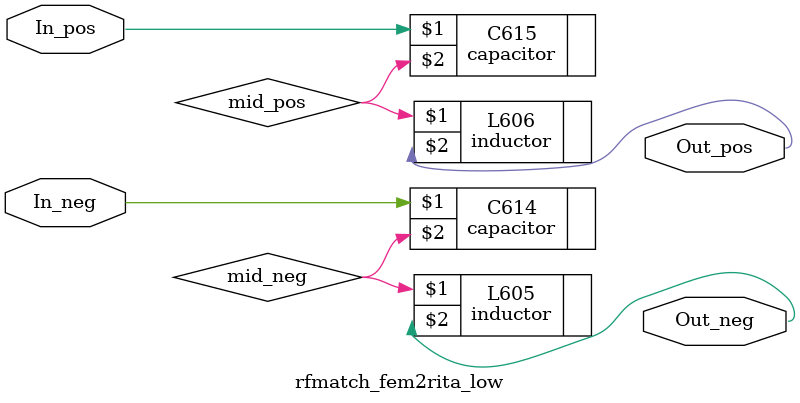
<source format=v>
/* RF Rx path from quadband FEM to Rita, low bands, per Leonardo schematics */

module rfmatch_fem2rita_low (In_neg, In_pos, Out_neg, Out_pos);

input In_neg, In_pos;
output Out_neg, Out_pos;

wire mid_neg, mid_pos;

capacitor C614 (In_neg, mid_neg);
capacitor C615 (In_pos, mid_pos);

inductor L605 (mid_neg, Out_neg);
inductor L606 (mid_pos, Out_pos);

endmodule

</source>
